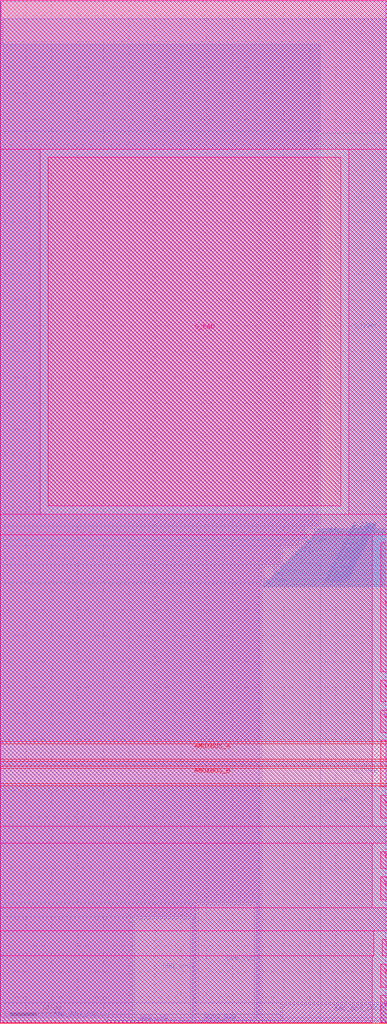
<source format=lef>
# Copyright 2020 The SkyWater PDK Authors
#
# Licensed under the Apache License, Version 2.0 (the "License");
# you may not use this file except in compliance with the License.
# You may obtain a copy of the License at
#
#     https://www.apache.org/licenses/LICENSE-2.0
#
# Unless required by applicable law or agreed to in writing, software
# distributed under the License is distributed on an "AS IS" BASIS,
# WITHOUT WARRANTIES OR CONDITIONS OF ANY KIND, either express or implied.
# See the License for the specific language governing permissions and
# limitations under the License.
#
# SPDX-License-Identifier: Apache-2.0

VERSION 5.7 ;
  NOWIREEXTENSIONATPIN ON ;
  DIVIDERCHAR "/" ;
  BUSBITCHARS "[]" ;
MACRO sky130_fd_io__top_ground_lvc_wpad
  CLASS PAD ;
  FOREIGN sky130_fd_io__top_ground_lvc_wpad ;
  ORIGIN  0.000000  0.000000 ;
  SIZE  75.00000 BY  198.0000 ;
  SYMMETRY R90 ;
  PIN AMUXBUS_A
    DIRECTION INOUT ;
    USE SIGNAL ;
    PORT
      LAYER met4 ;
        RECT 0.000000 51.125000 75.000000 54.105000 ;
    END
  END AMUXBUS_A
  PIN AMUXBUS_B
    DIRECTION INOUT ;
    USE SIGNAL ;
    PORT
      LAYER met4 ;
        RECT 0.000000 46.365000 75.000000 49.345000 ;
    END
  END AMUXBUS_B
  PIN G_PAD
    DIRECTION INOUT ;
    USE SIGNAL ;
    PORT
      LAYER met5 ;
        RECT 9.315000 100.140000 65.955000 167.570000 ;
    END
  END G_PAD
  PIN BDY2_B2B
    DIRECTION INOUT ;
    USE GROUND ;
    PORT
      LAYER met2 ;
        RECT 34.440000 0.000000 44.440000 0.325000 ;
    END
  END BDY2_B2B
  PIN DRN_LVC1
    DIRECTION INOUT ;
    USE POWER ;
    PORT
      LAYER met3 ;
        RECT 26.000000 0.000000 36.880000 20.220000 ;
    END
  END DRN_LVC1
  PIN DRN_LVC2
    DIRECTION INOUT ;
    USE POWER ;
    PORT
      LAYER met3 ;
        RECT 38.380000 0.000000 49.255000 22.900000 ;
    END
  END DRN_LVC2
  PIN G_CORE
    DIRECTION INOUT ;
    USE GROUND ;
    PORT
      LAYER met3 ;
        RECT 50.755000 0.000000 74.700000 84.465000 ;
    END
    PORT
      LAYER met3 ;
        RECT 50.755000 84.465000 51.100000 84.810000 ;
    END
    PORT
      LAYER met3 ;
        RECT 50.905000 84.465000 74.700000 84.615000 ;
    END
    PORT
      LAYER met3 ;
        RECT 51.100000 84.810000 54.665000 88.375000 ;
    END
    PORT
      LAYER met3 ;
        RECT 51.205000 84.765000 74.700000 84.915000 ;
    END
    PORT
      LAYER met3 ;
        RECT 51.355000 84.915000 74.700000 85.065000 ;
    END
    PORT
      LAYER met3 ;
        RECT 51.505000 85.065000 74.700000 85.215000 ;
    END
    PORT
      LAYER met3 ;
        RECT 51.655000 85.215000 74.700000 85.365000 ;
    END
    PORT
      LAYER met3 ;
        RECT 51.805000 85.365000 74.700000 85.515000 ;
    END
    PORT
      LAYER met3 ;
        RECT 51.955000 85.515000 74.700000 85.665000 ;
    END
    PORT
      LAYER met3 ;
        RECT 52.105000 85.665000 74.700000 85.815000 ;
    END
    PORT
      LAYER met3 ;
        RECT 52.255000 85.815000 74.700000 85.965000 ;
    END
    PORT
      LAYER met3 ;
        RECT 52.405000 85.965000 74.700000 86.115000 ;
    END
    PORT
      LAYER met3 ;
        RECT 52.555000 86.115000 74.700000 86.265000 ;
    END
    PORT
      LAYER met3 ;
        RECT 52.705000 86.265000 74.700000 86.415000 ;
    END
    PORT
      LAYER met3 ;
        RECT 52.855000 86.415000 74.700000 86.565000 ;
    END
    PORT
      LAYER met3 ;
        RECT 53.005000 86.565000 74.700000 86.715000 ;
    END
    PORT
      LAYER met3 ;
        RECT 53.155000 86.715000 74.700000 86.865000 ;
    END
    PORT
      LAYER met3 ;
        RECT 53.305000 86.865000 74.700000 87.015000 ;
    END
    PORT
      LAYER met3 ;
        RECT 53.455000 87.015000 74.700000 87.165000 ;
    END
    PORT
      LAYER met3 ;
        RECT 53.605000 87.165000 74.700000 87.315000 ;
    END
    PORT
      LAYER met3 ;
        RECT 53.755000 87.315000 74.700000 87.465000 ;
    END
    PORT
      LAYER met3 ;
        RECT 53.905000 87.465000 74.700000 87.615000 ;
    END
    PORT
      LAYER met3 ;
        RECT 54.055000 87.615000 74.700000 87.765000 ;
    END
    PORT
      LAYER met3 ;
        RECT 54.205000 87.765000 74.700000 87.915000 ;
    END
    PORT
      LAYER met3 ;
        RECT 54.355000 87.915000 74.700000 88.065000 ;
    END
    PORT
      LAYER met3 ;
        RECT 54.505000 88.065000 74.700000 88.215000 ;
    END
    PORT
      LAYER met3 ;
        RECT 54.665000 88.375000 58.310000 92.020000 ;
    END
    PORT
      LAYER met3 ;
        RECT 54.805000 88.365000 74.700000 88.515000 ;
    END
    PORT
      LAYER met3 ;
        RECT 54.955000 88.515000 74.700000 88.665000 ;
    END
    PORT
      LAYER met3 ;
        RECT 55.105000 88.665000 74.700000 88.815000 ;
    END
    PORT
      LAYER met3 ;
        RECT 55.255000 88.815000 74.700000 88.965000 ;
    END
    PORT
      LAYER met3 ;
        RECT 55.405000 88.965000 74.700000 89.115000 ;
    END
    PORT
      LAYER met3 ;
        RECT 55.555000 89.115000 74.700000 89.265000 ;
    END
    PORT
      LAYER met3 ;
        RECT 55.705000 89.265000 74.700000 89.415000 ;
    END
    PORT
      LAYER met3 ;
        RECT 55.855000 89.415000 74.700000 89.565000 ;
    END
    PORT
      LAYER met3 ;
        RECT 56.005000 89.565000 74.700000 89.715000 ;
    END
    PORT
      LAYER met3 ;
        RECT 56.155000 89.715000 74.700000 89.865000 ;
    END
    PORT
      LAYER met3 ;
        RECT 56.305000 89.865000 74.700000 90.015000 ;
    END
    PORT
      LAYER met3 ;
        RECT 56.455000 90.015000 74.700000 90.165000 ;
    END
    PORT
      LAYER met3 ;
        RECT 56.605000 90.165000 74.700000 90.315000 ;
    END
    PORT
      LAYER met3 ;
        RECT 56.755000 90.315000 74.700000 90.465000 ;
    END
    PORT
      LAYER met3 ;
        RECT 56.905000 90.465000 74.700000 90.615000 ;
    END
    PORT
      LAYER met3 ;
        RECT 57.055000 90.615000 74.700000 90.765000 ;
    END
    PORT
      LAYER met3 ;
        RECT 57.205000 90.765000 74.700000 90.915000 ;
    END
    PORT
      LAYER met3 ;
        RECT 57.355000 90.915000 74.700000 91.065000 ;
    END
    PORT
      LAYER met3 ;
        RECT 57.505000 91.065000 74.700000 91.215000 ;
    END
    PORT
      LAYER met3 ;
        RECT 57.655000 91.215000 74.700000 91.365000 ;
    END
    PORT
      LAYER met3 ;
        RECT 57.805000 91.365000 74.700000 91.515000 ;
    END
    PORT
      LAYER met3 ;
        RECT 57.955000 91.515000 74.700000 91.665000 ;
    END
    PORT
      LAYER met3 ;
        RECT 58.105000 91.665000 74.700000 91.815000 ;
    END
    PORT
      LAYER met3 ;
        RECT 58.310000 92.020000 59.455000 93.165000 ;
    END
    PORT
      LAYER met3 ;
        RECT 58.405000 91.965000 74.700000 92.115000 ;
    END
    PORT
      LAYER met3 ;
        RECT 58.555000 92.115000 74.700000 92.265000 ;
    END
    PORT
      LAYER met3 ;
        RECT 58.705000 92.265000 74.700000 92.415000 ;
    END
    PORT
      LAYER met3 ;
        RECT 58.855000 92.415000 74.700000 92.565000 ;
    END
    PORT
      LAYER met3 ;
        RECT 59.005000 92.565000 74.700000 92.715000 ;
    END
    PORT
      LAYER met3 ;
        RECT 59.155000 92.715000 74.700000 92.865000 ;
    END
    PORT
      LAYER met3 ;
        RECT 59.455000 93.015000 74.700000 93.165000 ;
    END
    PORT
      LAYER met3 ;
        RECT 59.455000 93.165000 62.045000 95.755000 ;
    END
    PORT
      LAYER met3 ;
        RECT 59.605000 93.165000 74.700000 93.315000 ;
    END
    PORT
      LAYER met3 ;
        RECT 59.755000 93.315000 74.700000 93.465000 ;
    END
    PORT
      LAYER met3 ;
        RECT 59.905000 93.465000 74.700000 93.615000 ;
    END
    PORT
      LAYER met3 ;
        RECT 60.055000 93.615000 74.700000 93.765000 ;
    END
    PORT
      LAYER met3 ;
        RECT 60.205000 93.765000 74.700000 93.915000 ;
    END
    PORT
      LAYER met3 ;
        RECT 60.355000 93.915000 74.700000 94.065000 ;
    END
    PORT
      LAYER met3 ;
        RECT 60.505000 94.065000 74.700000 94.215000 ;
    END
    PORT
      LAYER met3 ;
        RECT 60.655000 94.215000 74.700000 94.365000 ;
    END
    PORT
      LAYER met3 ;
        RECT 60.805000 94.365000 74.700000 94.515000 ;
    END
    PORT
      LAYER met3 ;
        RECT 60.955000 94.515000 74.700000 94.665000 ;
    END
    PORT
      LAYER met3 ;
        RECT 61.105000 94.665000 74.700000 94.815000 ;
    END
    PORT
      LAYER met3 ;
        RECT 61.255000 94.815000 74.700000 94.965000 ;
    END
    PORT
      LAYER met3 ;
        RECT 61.405000 94.965000 74.700000 95.115000 ;
    END
    PORT
      LAYER met3 ;
        RECT 61.555000 95.115000 74.700000 95.265000 ;
    END
    PORT
      LAYER met3 ;
        RECT 61.705000 95.265000 74.700000 95.415000 ;
    END
    PORT
      LAYER met3 ;
        RECT 61.855000 95.415000 74.700000 95.565000 ;
    END
    PORT
      LAYER met3 ;
        RECT 62.045000 0.000000 74.700000 95.755000 ;
    END
    PORT
      LAYER met3 ;
        RECT 62.045000 95.755000 74.700000 172.235000 ;
    END
  END G_CORE
  PIN OGC_LVC
    DIRECTION INOUT ;
    USE POWER ;
    PORT
      LAYER met1 ;
        RECT 26.210000 0.000000 27.700000 0.170000 ;
    END
  END OGC_LVC
  PIN SRC_BDY_LVC1
    DIRECTION INOUT ;
    USE GROUND ;
    PORT
      LAYER met2 ;
        RECT 0.500000 0.000000 20.495000 1.485000 ;
    END
  END SRC_BDY_LVC1
  PIN SRC_BDY_LVC2
    DIRECTION INOUT ;
    USE GROUND ;
    PORT
      LAYER met2 ;
        RECT 54.715000 0.000000 74.700000 3.660000 ;
    END
  END SRC_BDY_LVC2
  PIN VCCD
    DIRECTION INOUT ;
    USE POWER ;
    PORT
      LAYER met5 ;
        RECT 73.730000 6.985000 75.000000 11.435000 ;
    END
  END VCCD
  PIN VCCHIB
    DIRECTION INOUT ;
    USE POWER ;
    PORT
      LAYER met5 ;
        RECT 73.730000 0.135000 75.000000 5.385000 ;
    END
  END VCCHIB
  PIN VDDA
    DIRECTION INOUT ;
    USE POWER ;
    PORT
      LAYER met5 ;
        RECT 74.035000 13.035000 75.000000 16.285000 ;
    END
  END VDDA
  PIN VDDIO
    DIRECTION INOUT ;
    USE POWER ;
    PORT
      LAYER met5 ;
        RECT 73.730000 68.035000 75.000000 92.985000 ;
    END
  END VDDIO
  PIN VDDIO_Q
    DIRECTION INOUT ;
    USE POWER ;
    PORT
      LAYER met5 ;
        RECT 73.730000 62.185000 75.000000 66.435000 ;
    END
  END VDDIO_Q
  PIN VSSA
    DIRECTION INOUT ;
    USE GROUND ;
    PORT
      LAYER met5 ;
        RECT 73.730000 45.735000 75.000000 54.735000 ;
    END
  END VSSA
  PIN VSSD
    DIRECTION INOUT ;
    USE GROUND ;
    PORT
      LAYER met5 ;
        RECT 73.730000 39.685000 75.000000 44.135000 ;
    END
  END VSSD
  PIN VSSIO
    DIRECTION INOUT ;
    USE GROUND ;
    PORT
      LAYER met5 ;
        RECT 73.730000 23.935000 75.000000 28.385000 ;
    END
  END VSSIO
  PIN VSSIO_Q
    DIRECTION INOUT ;
    USE GROUND ;
    PORT
      LAYER met5 ;
        RECT 73.730000 56.335000 75.000000 60.585000 ;
    END
  END VSSIO_Q
  PIN VSWITCH
    DIRECTION INOUT ;
    USE POWER ;
    PORT
      LAYER met5 ;
        RECT 73.730000 29.985000 75.000000 33.235000 ;
    END
  END VSWITCH
  OBS
    LAYER li1 ;
      RECT 0.240000 1.020000 74.755000 197.780000 ;
    LAYER met1 ;
      RECT  0.120000 0.000000 25.930000   0.450000 ;
      RECT  0.120000 0.450000 74.785000 197.840000 ;
      RECT 27.980000 0.000000 74.785000   0.450000 ;
    LAYER met2 ;
      RECT  0.500000 1.765000 54.435000   3.940000 ;
      RECT  0.500000 3.940000 74.700000 194.430000 ;
      RECT 20.775000 0.000000 34.160000   0.605000 ;
      RECT 20.775000 0.605000 54.435000   1.765000 ;
      RECT 44.720000 0.000000 54.435000   0.605000 ;
    LAYER met3 ;
      RECT  0.500000   0.000000 25.600000  20.620000 ;
      RECT  0.500000  20.620000 37.980000  23.300000 ;
      RECT  0.500000  23.300000 50.355000  85.210000 ;
      RECT  0.500000  85.210000 50.700000  88.775000 ;
      RECT  0.500000  88.775000 54.265000  92.420000 ;
      RECT  0.500000  92.420000 57.910000  93.565000 ;
      RECT  0.500000  93.565000 59.055000  96.155000 ;
      RECT  0.500000  96.155000 61.645000 172.635000 ;
      RECT  0.500000 172.635000 62.045000 189.515000 ;
      RECT 37.280000   0.000000 37.980000  20.620000 ;
      RECT 49.655000   0.000000 50.355000  23.300000 ;
    LAYER met4 ;
      RECT 0.000000  0.035000 75.000000  45.965000 ;
      RECT 0.000000 49.745000 75.000000  50.725000 ;
      RECT 0.000000 54.505000 75.000000 198.000000 ;
    LAYER met5 ;
      RECT  0.000000   0.135000 72.130000  13.035000 ;
      RECT  0.000000  13.035000 72.435000  17.885000 ;
      RECT  0.000000  17.885000 75.000000  22.335000 ;
      RECT  0.000000  22.335000 72.130000  34.835000 ;
      RECT  0.000000  34.835000 75.000000  38.085000 ;
      RECT  0.000000  38.085000 72.130000  94.585000 ;
      RECT  0.000000  94.585000 75.000000  98.540000 ;
      RECT  0.000000  98.540000  7.715000 169.170000 ;
      RECT  0.000000 169.170000 75.000000 198.000000 ;
      RECT 67.555000  98.540000 75.000000 169.170000 ;
  END
END sky130_fd_io__top_ground_lvc_wpad
END LIBRARY

</source>
